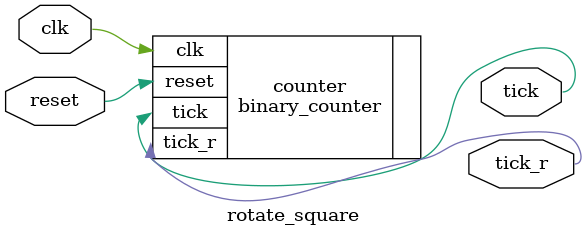
<source format=sv>
`timescale 1ns / 1ps


module rotate_square(
        input logic clk, reset,
        output logic tick,
        output logic tick_r
    );
    
   
   binary_counter counter(.clk(clk), .reset(reset), .tick(tick), .tick_r(tick_r));                                           
endmodule

</source>
